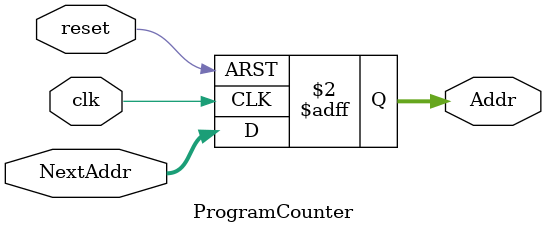
<source format=v>
`ifndef PC
`define PC

module ProgramCounter # ( parameter WIDTH = 8 )
  ( input	 		 	   clk,
    input 			       reset,
    input	   [WIDTH-1:0] NextAddr, //pcnext
    output reg [WIDTH-1:0] Addr  //pc
  );
  
  always @(posedge clk, posedge reset)
    begin
      if(reset)
        Addr <= 0;
      else
        Addr <= NextAddr;
    end
endmodule

`endif

/*program counter register - holds the current address of the instruction memory.  
This module should be updated at the positive edge of the clock.*/
</source>
